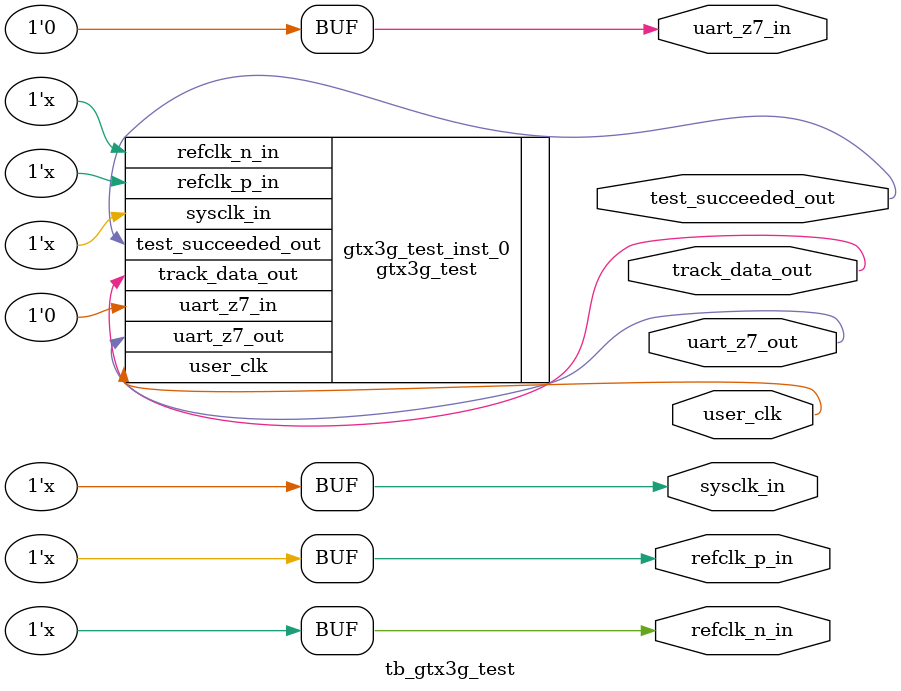
<source format=v>
module tb_gtx3g_test(
	output refclk_p_in,
    output reg refclk_n_in,

    output reg sysclk_in,
    output reg uart_z7_in,
    output uart_z7_out,
    output track_data_out,
    output test_succeeded_out,
    output user_clk
);

//*************************Parameter Declarations******************************

    parameter   TX_REFCLK_PERIOD   =   6.667;
    parameter   RX_REFCLK_PERIOD   =   6.667;
    parameter   SYSCLK_PERIOD      =   10.0;
    parameter   DCLK_PERIOD        =   10.0;


    //---------- Generate Reference Clock input to UPPER GTCLK ----------------
    
    initial begin
        refclk_n_in = 1'b1;
    end

    always  
        #(TX_REFCLK_PERIOD/2) refclk_n_in = !refclk_n_in;

    assign refclk_p_in = !refclk_n_in;

                 
    //------------------------ Generate DRP Clock ----------------------------
    
    initial begin
        sysclk_in = 1'b1;
    end

    always  
        #(DCLK_PERIOD/2) sysclk_in = !sysclk_in;

    initial begin
    	uart_z7_in = 1'b0;
    end

    gtx3g_test gtx3g_test_inst_0(
		.refclk_p_in(refclk_p_in),
		.refclk_n_in(refclk_n_in),
		.sysclk_in(sysclk_in),
		.uart_z7_in(uart_z7_in),
		.uart_z7_out(uart_z7_out),
		.track_data_out(track_data_out),
		.test_succeeded_out(test_succeeded_out),
        .user_clk(user_clk)
    );

endmodule
</source>
